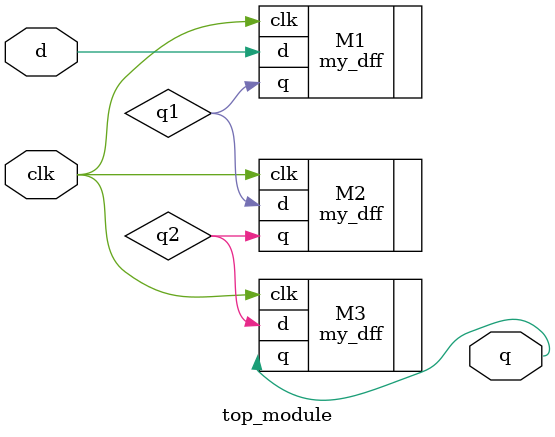
<source format=v>
/*
You are given a module my_dff with two inputs and one output (that implements a D flip-flop). Instantiate three of them, then chain them together to make a shift register of length 3. The clk port needs to be connected to all instances.

The module provided to you is: module my_dff ( input clk, input d, output q );

Note that to make the internal connections, you will need to declare some wires. Be careful about naming your wires and module instances: the names must be unique.
*/

// module my_dff ( input clk, input d, output q );

module top_module ( input clk, input d, output q );
    wire q1;
    wire q2;

    my_dff M1 (.clk(clk),.d(d),.q(q1));
    my_dff M2 (.clk(clk),.d(q1),.q(q2));
    my_dff M3 (.clk(clk),.d(q2),.q(q));

endmodule

</source>
